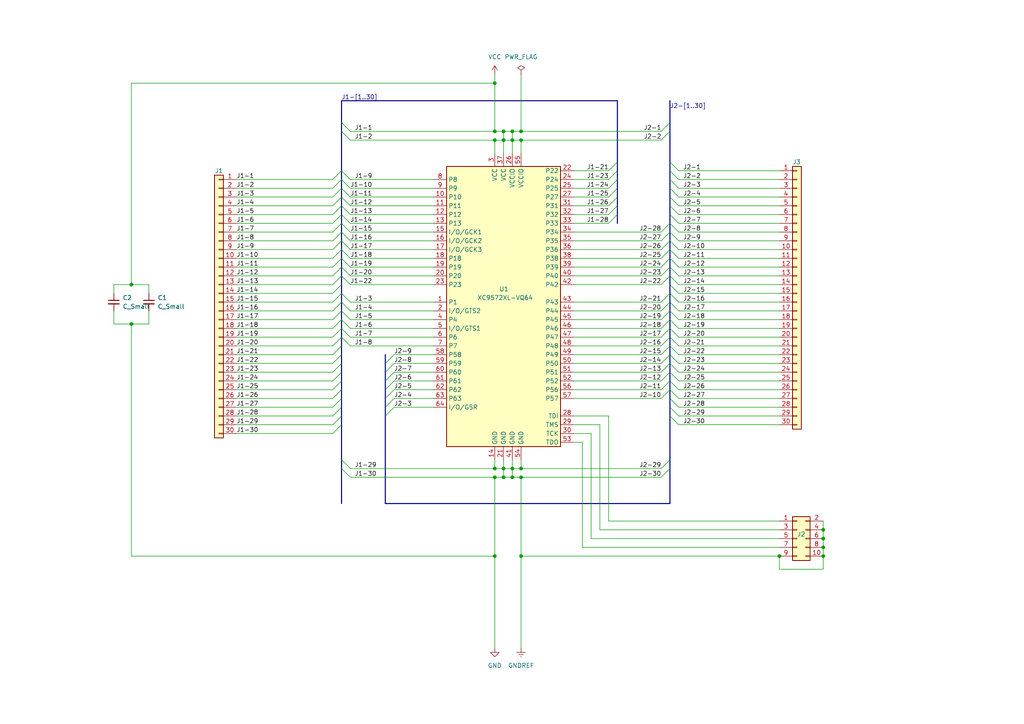
<source format=kicad_sch>
(kicad_sch (version 20230121) (generator eeschema)
  (paper "A4")
  (title_block (title "84CP01 Scrambled Breakout Board"))
  (lib_symbols
    (symbol "CPLD_Xilinx:XC9572XL-VQ64"
      (property "Reference" "U" (at -16.51 40.64 0))
      (property "Value" "XC9572XL-VQ64" (at -16.51 -43.18 0))
      (symbol "XC9572XL-VQ64_1_1"
        (rectangle (start -16.51 39.37) (end 16.51 -41.91) (stroke (width 0.254)) (fill (type background)))
        (pin bidirectional line (at -20.32 0 0) (length 3.81) (name "P1") (number "1"))
        (pin bidirectional line (at -20.32 30.48 0) (length 3.81) (name "P10") (number "10"))
        (pin bidirectional line (at -20.32 27.94 0) (length 3.81) (name "P11") (number "11"))
        (pin bidirectional line (at -20.32 25.4 0) (length 3.81) (name "P12") (number "12"))
        (pin bidirectional line (at -20.32 22.86 0) (length 3.81) (name "P13") (number "13"))
        (pin power_in line (at -2.54 -45.72 90) (length 3.81) (name "GND") (number "14"))
        (pin bidirectional line (at -20.32 20.32 0) (length 3.81) (name "I/O/GCK1") (number "15"))
        (pin bidirectional line (at -20.32 17.78 0) (length 3.81) (name "I/O/GCK2") (number "16"))
        (pin bidirectional line (at -20.32 15.24 0) (length 3.81) (name "I/O/GCK3") (number "17"))
        (pin bidirectional line (at -20.32 12.7 0) (length 3.81) (name "P18") (number "18"))
        (pin bidirectional line (at -20.32 10.16 0) (length 3.81) (name "P19") (number "19"))
        (pin bidirectional line (at -20.32 -2.54 0) (length 3.81) (name "I/O/GTS2") (number "2"))
        (pin bidirectional line (at -20.32 7.62 0) (length 3.81) (name "P20") (number "20"))
        (pin power_in line (at 0 -45.72 90) (length 3.81) (name "GND") (number "21"))
        (pin bidirectional line (at 20.32 38.1 180) (length 3.81) (name "P22") (number "22"))
        (pin bidirectional line (at -20.32 5.08 0) (length 3.81) (name "P23") (number "23"))
        (pin bidirectional line (at 20.32 35.56 180) (length 3.81) (name "P24") (number "24"))
        (pin bidirectional line (at 20.32 33.02 180) (length 3.81) (name "P25") (number "25"))
        (pin power_in line (at 2.54 43.18 270) (length 3.81) (name "VCCIO") (number "26"))
        (pin bidirectional line (at 20.32 30.48 180) (length 3.81) (name "P27") (number "27"))
        (pin input line (at 20.32 -33.02 180) (length 3.81) (name "TDI") (number "28"))
        (pin input line (at 20.32 -35.56 180) (length 3.81) (name "TMS") (number "29"))
        (pin power_in line (at -2.54 43.18 270) (length 3.81) (name "VCC") (number "3"))
        (pin input line (at 20.32 -38.1 180) (length 3.81) (name "TCK") (number "30"))
        (pin bidirectional line (at 20.32 27.94 180) (length 3.81) (name "P31") (number "31"))
        (pin bidirectional line (at 20.32 25.4 180) (length 3.81) (name "P32") (number "32"))
        (pin bidirectional line (at 20.32 22.86 180) (length 3.81) (name "P33") (number "33"))
        (pin bidirectional line (at 20.32 20.32 180) (length 3.81) (name "P34") (number "34"))
        (pin bidirectional line (at 20.32 17.78 180) (length 3.81) (name "P35") (number "35"))
        (pin bidirectional line (at 20.32 15.24 180) (length 3.81) (name "P36") (number "36"))
        (pin power_in line (at 0 43.18 270) (length 3.81) (name "VCC") (number "37"))
        (pin bidirectional line (at 20.32 12.7 180) (length 3.81) (name "P38") (number "38"))
        (pin bidirectional line (at 20.32 10.16 180) (length 3.81) (name "P39") (number "39"))
        (pin bidirectional line (at -20.32 -5.08 0) (length 3.81) (name "P4") (number "4"))
        (pin bidirectional line (at 20.32 7.62 180) (length 3.81) (name "P40") (number "40"))
        (pin power_in line (at 2.54 -45.72 90) (length 3.81) (name "GND") (number "41"))
        (pin bidirectional line (at 20.32 5.08 180) (length 3.81) (name "P42") (number "42"))
        (pin bidirectional line (at 20.32 0 180) (length 3.81) (name "P43") (number "43"))
        (pin bidirectional line (at 20.32 -2.54 180) (length 3.81) (name "P44") (number "44"))
        (pin bidirectional line (at 20.32 -5.08 180) (length 3.81) (name "P45") (number "45"))
        (pin bidirectional line (at 20.32 -7.62 180) (length 3.81) (name "P46") (number "46"))
        (pin bidirectional line (at 20.32 -10.16 180) (length 3.81) (name "P47") (number "47"))
        (pin bidirectional line (at 20.32 -12.7 180) (length 3.81) (name "P48") (number "48"))
        (pin bidirectional line (at 20.32 -15.24 180) (length 3.81) (name "P49") (number "49"))
        (pin bidirectional line (at -20.32 -7.62 0) (length 3.81) (name "I/O/GTS1") (number "5"))
        (pin bidirectional line (at 20.32 -17.78 180) (length 3.81) (name "P50") (number "50"))
        (pin bidirectional line (at 20.32 -20.32 180) (length 3.81) (name "P51") (number "51"))
        (pin bidirectional line (at 20.32 -22.86 180) (length 3.81) (name "P52") (number "52"))
        (pin output line (at 20.32 -40.64 180) (length 3.81) (name "TDO") (number "53"))
        (pin power_in line (at 5.08 -45.72 90) (length 3.81) (name "GND") (number "54"))
        (pin power_in line (at 5.08 43.18 270) (length 3.81) (name "VCCIO") (number "55"))
        (pin bidirectional line (at 20.32 -25.4 180) (length 3.81) (name "P56") (number "56"))
        (pin bidirectional line (at 20.32 -27.94 180) (length 3.81) (name "P57") (number "57"))
        (pin bidirectional line (at -20.32 -15.24 0) (length 3.81) (name "P58") (number "58"))
        (pin bidirectional line (at -20.32 -17.78 0) (length 3.81) (name "P59") (number "59"))
        (pin bidirectional line (at -20.32 -10.16 0) (length 3.81) (name "P6") (number "6"))
        (pin bidirectional line (at -20.32 -20.32 0) (length 3.81) (name "P60") (number "60"))
        (pin bidirectional line (at -20.32 -22.86 0) (length 3.81) (name "P61") (number "61"))
        (pin bidirectional line (at -20.32 -25.4 0) (length 3.81) (name "P62") (number "62"))
        (pin bidirectional line (at -20.32 -27.94 0) (length 3.81) (name "P63") (number "63"))
        (pin bidirectional line (at -20.32 -30.48 0) (length 3.81) (name "I/O/GSR") (number "64"))
        (pin bidirectional line (at -20.32 -12.7 0) (length 3.81) (name "P7") (number "7"))
        (pin bidirectional line (at -20.32 35.56 0) (length 3.81) (name "P8") (number "8"))
        (pin bidirectional line (at -20.32 33.02 0) (length 3.81) (name "P9") (number "9"))
      )
    )
    (symbol "Connector_Generic:Conn_01x30" (pin_names (offset 1.016) hide)
      (property "Reference" "J" (at 0 38.1 0))
      (property "Value" "Conn_01x30" (at 0 -40.64 0))
      (symbol "Conn_01x30_1_1"
        (rectangle (start -1.27 -37.973) (end 0 -38.227) (stroke (width 0.1524)))
        (rectangle (start -1.27 -35.433) (end 0 -35.687) (stroke (width 0.1524)))
        (rectangle (start -1.27 -32.893) (end 0 -33.147) (stroke (width 0.1524)))
        (rectangle (start -1.27 -30.353) (end 0 -30.607) (stroke (width 0.1524)))
        (rectangle (start -1.27 -27.813) (end 0 -28.067) (stroke (width 0.1524)))
        (rectangle (start -1.27 -25.273) (end 0 -25.527) (stroke (width 0.1524)))
        (rectangle (start -1.27 -22.733) (end 0 -22.987) (stroke (width 0.1524)))
        (rectangle (start -1.27 -20.193) (end 0 -20.447) (stroke (width 0.1524)))
        (rectangle (start -1.27 -17.653) (end 0 -17.907) (stroke (width 0.1524)))
        (rectangle (start -1.27 -15.113) (end 0 -15.367) (stroke (width 0.1524)))
        (rectangle (start -1.27 -12.573) (end 0 -12.827) (stroke (width 0.1524)))
        (rectangle (start -1.27 -10.033) (end 0 -10.287) (stroke (width 0.1524)))
        (rectangle (start -1.27 -7.493) (end 0 -7.747) (stroke (width 0.1524)))
        (rectangle (start -1.27 -4.953) (end 0 -5.207) (stroke (width 0.1524)))
        (rectangle (start -1.27 -2.413) (end 0 -2.667) (stroke (width 0.1524)))
        (rectangle (start -1.27 0.127) (end 0 -0.127) (stroke (width 0.1524)))
        (rectangle (start -1.27 2.667) (end 0 2.413) (stroke (width 0.1524)))
        (rectangle (start -1.27 5.207) (end 0 4.953) (stroke (width 0.1524)))
        (rectangle (start -1.27 7.747) (end 0 7.493) (stroke (width 0.1524)))
        (rectangle (start -1.27 10.287) (end 0 10.033) (stroke (width 0.1524)))
        (rectangle (start -1.27 12.827) (end 0 12.573) (stroke (width 0.1524)))
        (rectangle (start -1.27 15.367) (end 0 15.113) (stroke (width 0.1524)))
        (rectangle (start -1.27 17.907) (end 0 17.653) (stroke (width 0.1524)))
        (rectangle (start -1.27 20.447) (end 0 20.193) (stroke (width 0.1524)))
        (rectangle (start -1.27 22.987) (end 0 22.733) (stroke (width 0.1524)))
        (rectangle (start -1.27 25.527) (end 0 25.273) (stroke (width 0.1524)))
        (rectangle (start -1.27 28.067) (end 0 27.813) (stroke (width 0.1524)))
        (rectangle (start -1.27 30.607) (end 0 30.353) (stroke (width 0.1524)))
        (rectangle (start -1.27 33.147) (end 0 32.893) (stroke (width 0.1524)))
        (rectangle (start -1.27 35.687) (end 0 35.433) (stroke (width 0.1524)))
        (rectangle (start -1.27 36.83) (end 1.27 -39.37) (stroke (width 0.254)) (fill (type background)))
        (pin passive line (at -5.08 35.56 0) (length 3.81) (name "Pin_1") (number "1"))
        (pin passive line (at -5.08 12.7 0) (length 3.81) (name "Pin_10") (number "10"))
        (pin passive line (at -5.08 10.16 0) (length 3.81) (name "Pin_11") (number "11"))
        (pin passive line (at -5.08 7.62 0) (length 3.81) (name "Pin_12") (number "12"))
        (pin passive line (at -5.08 5.08 0) (length 3.81) (name "Pin_13") (number "13"))
        (pin passive line (at -5.08 2.54 0) (length 3.81) (name "Pin_14") (number "14"))
        (pin passive line (at -5.08 0 0) (length 3.81) (name "Pin_15") (number "15"))
        (pin passive line (at -5.08 -2.54 0) (length 3.81) (name "Pin_16") (number "16"))
        (pin passive line (at -5.08 -5.08 0) (length 3.81) (name "Pin_17") (number "17"))
        (pin passive line (at -5.08 -7.62 0) (length 3.81) (name "Pin_18") (number "18"))
        (pin passive line (at -5.08 -10.16 0) (length 3.81) (name "Pin_19") (number "19"))
        (pin passive line (at -5.08 33.02 0) (length 3.81) (name "Pin_2") (number "2"))
        (pin passive line (at -5.08 -12.7 0) (length 3.81) (name "Pin_20") (number "20"))
        (pin passive line (at -5.08 -15.24 0) (length 3.81) (name "Pin_21") (number "21"))
        (pin passive line (at -5.08 -17.78 0) (length 3.81) (name "Pin_22") (number "22"))
        (pin passive line (at -5.08 -20.32 0) (length 3.81) (name "Pin_23") (number "23"))
        (pin passive line (at -5.08 -22.86 0) (length 3.81) (name "Pin_24") (number "24"))
        (pin passive line (at -5.08 -25.4 0) (length 3.81) (name "Pin_25") (number "25"))
        (pin passive line (at -5.08 -27.94 0) (length 3.81) (name "Pin_26") (number "26"))
        (pin passive line (at -5.08 -30.48 0) (length 3.81) (name "Pin_27") (number "27"))
        (pin passive line (at -5.08 -33.02 0) (length 3.81) (name "Pin_28") (number "28"))
        (pin passive line (at -5.08 -35.56 0) (length 3.81) (name "Pin_29") (number "29"))
        (pin passive line (at -5.08 30.48 0) (length 3.81) (name "Pin_3") (number "3"))
        (pin passive line (at -5.08 -38.1 0) (length 3.81) (name "Pin_30") (number "30"))
        (pin passive line (at -5.08 27.94 0) (length 3.81) (name "Pin_4") (number "4"))
        (pin passive line (at -5.08 25.4 0) (length 3.81) (name "Pin_5") (number "5"))
        (pin passive line (at -5.08 22.86 0) (length 3.81) (name "Pin_6") (number "6"))
        (pin passive line (at -5.08 20.32 0) (length 3.81) (name "Pin_7") (number "7"))
        (pin passive line (at -5.08 17.78 0) (length 3.81) (name "Pin_8") (number "8"))
        (pin passive line (at -5.08 15.24 0) (length 3.81) (name "Pin_9") (number "9"))
      )
    )
    (symbol "Connector_Generic:Conn_02x05_Odd_Even" (pin_names (offset 1.016) hide)
      (property "Reference" "J" (at 1.27 7.62 0))
      (property "Value" "Conn_02x05_Odd_Even" (at 1.27 -7.62 0))
      (symbol "Conn_02x05_Odd_Even_1_1"
        (rectangle (start -1.27 -4.953) (end 0 -5.207) (stroke (width 0.1524)))
        (rectangle (start -1.27 -2.413) (end 0 -2.667) (stroke (width 0.1524)))
        (rectangle (start -1.27 0.127) (end 0 -0.127) (stroke (width 0.1524)))
        (rectangle (start -1.27 2.667) (end 0 2.413) (stroke (width 0.1524)))
        (rectangle (start -1.27 5.207) (end 0 4.953) (stroke (width 0.1524)))
        (rectangle (start -1.27 6.35) (end 3.81 -6.35) (stroke (width 0.254)) (fill (type background)))
        (rectangle (start 3.81 -4.953) (end 2.54 -5.207) (stroke (width 0.1524)))
        (rectangle (start 3.81 -2.413) (end 2.54 -2.667) (stroke (width 0.1524)))
        (rectangle (start 3.81 0.127) (end 2.54 -0.127) (stroke (width 0.1524)))
        (rectangle (start 3.81 2.667) (end 2.54 2.413) (stroke (width 0.1524)))
        (rectangle (start 3.81 5.207) (end 2.54 4.953) (stroke (width 0.1524)))
        (pin passive line (at -5.08 5.08 0) (length 3.81) (name "Pin_1") (number "1"))
        (pin passive line (at 7.62 -5.08 180) (length 3.81) (name "Pin_10") (number "10"))
        (pin passive line (at 7.62 5.08 180) (length 3.81) (name "Pin_2") (number "2"))
        (pin passive line (at -5.08 2.54 0) (length 3.81) (name "Pin_3") (number "3"))
        (pin passive line (at 7.62 2.54 180) (length 3.81) (name "Pin_4") (number "4"))
        (pin passive line (at -5.08 0 0) (length 3.81) (name "Pin_5") (number "5"))
        (pin passive line (at 7.62 0 180) (length 3.81) (name "Pin_6") (number "6"))
        (pin passive line (at -5.08 -2.54 0) (length 3.81) (name "Pin_7") (number "7"))
        (pin passive line (at 7.62 -2.54 180) (length 3.81) (name "Pin_8") (number "8"))
        (pin passive line (at -5.08 -5.08 0) (length 3.81) (name "Pin_9") (number "9"))
      )
    )
    (symbol "Device:C_Small" (pin_numbers hide) (pin_names (offset 0.254) hide)
      (property "Reference" "C" (at 0.254 1.778 0))
      (property "Value" "C_Small" (at 0.254 -2.032 0))
      (symbol "C_Small_0_1"
        (polyline (pts (xy -1.524 -0.508) (xy 1.524 -0.508)) (stroke (width 0.3302)))
        (polyline (pts (xy -1.524 0.508) (xy 1.524 0.508)) (stroke (width 0.3048)))
      )
      (symbol "C_Small_1_1"
        (pin passive line (at 0 2.54 270) (length 2.032) (name "~") (number "1"))
        (pin passive line (at 0 -2.54 90) (length 2.032) (name "~") (number "2"))
      )
    )
    (symbol "power:GND" (power) (pin_names (offset 0))
      (property "Value" "GND" (at 0 -3.81 0))
      (symbol "GND_0_1"
        (polyline (pts (xy 0 0) (xy 0 -1.27) (xy 1.27 -1.27) (xy 0 -2.54) (xy -1.27 -1.27) (xy 0 -1.27)))
      )
      (symbol "GND_1_1"
        (pin power_in line (at 0 0 270) (length 0) hide (name "GND") (number "1"))
      )
    )
    (symbol "power:GNDREF" (power) (pin_names (offset 0))
      (property "Value" "GNDREF" (at 0 -3.81 0))
      (symbol "GNDREF_0_1"
        (polyline (pts (xy -0.635 -1.905) (xy 0.635 -1.905)))
        (polyline (pts (xy -0.127 -2.54) (xy 0.127 -2.54)))
        (polyline (pts (xy 0 -1.27) (xy 0 0)))
        (polyline (pts (xy 1.27 -1.27) (xy -1.27 -1.27)))
      )
      (symbol "GNDREF_1_1"
        (pin power_in line (at 0 0 270) (length 0) hide (name "GNDREF") (number "1"))
      )
    )
    (symbol "power:PWR_FLAG" (power) (pin_numbers hide) (pin_names (offset 0) hide)
      (property "Value" "PWR_FLAG" (at 0 3.81 0))
      (symbol "PWR_FLAG_0_0"
        (pin power_out line (at 0 0 90) (length 0) (name "pwr") (number "1"))
      )
      (symbol "PWR_FLAG_0_1"
        (polyline (pts (xy 0 0) (xy 0 1.27) (xy -1.016 1.905) (xy 0 2.54) (xy 1.016 1.905) (xy 0 1.27)))
      )
    )
    (symbol "power:VCC" (power) (pin_names (offset 0))
      (property "Value" "VCC" (at 0 3.81 0))
      (symbol "VCC_0_1"
        (polyline (pts (xy -0.762 1.27) (xy 0 2.54)))
        (polyline (pts (xy 0 0) (xy 0 2.54)))
        (polyline (pts (xy 0 2.54) (xy 0.762 1.27)))
      )
      (symbol "VCC_1_1"
        (pin power_in line (at 0 0 90) (length 0) hide (name "VCC") (number "1"))
      )
    )
  )
  (junction (at 143.51 138.43))
  (junction (at 151.13 135.89))
  (junction (at 143.51 24.13))
  (junction (at 238.76 156.21))
  (junction (at 146.05 135.89))
  (junction (at 146.05 40.64))
  (junction (at 148.59 38.1))
  (junction (at 146.05 138.43))
  (junction (at 151.13 138.43))
  (junction (at 38.1 82.55))
  (junction (at 143.51 40.64))
  (junction (at 238.76 158.75))
  (junction (at 151.13 38.1))
  (junction (at 143.51 161.29))
  (junction (at 148.59 40.64))
  (junction (at 151.13 40.64))
  (junction (at 143.51 38.1))
  (junction (at 143.51 135.89))
  (junction (at 151.13 161.29))
  (junction (at 238.76 153.67))
  (junction (at 148.59 138.43))
  (junction (at 148.59 135.89))
  (junction (at 146.05 38.1))
  (junction (at 226.06 161.29))
  (junction (at 38.1 93.98))
  (junction (at 238.76 161.29))
  (bus_entry (at 179.07 54.61) (size -2.54 2.54))
  (bus_entry (at 194.31 74.93) (size -2.54 2.54))
  (bus_entry (at 99.06 97.79) (size 2.54 2.54))
  (bus_entry (at 194.31 82.55) (size 2.54 2.54))
  (bus_entry (at 99.06 67.31) (size 2.54 2.54))
  (bus_entry (at 99.06 87.63) (size -2.54 2.54))
  (bus_entry (at 194.31 113.03) (size 2.54 2.54))
  (bus_entry (at 194.31 69.85) (size 2.54 2.54))
  (bus_entry (at 99.06 38.1) (size 2.54 2.54))
  (bus_entry (at 194.31 35.56) (size -2.54 2.54))
  (bus_entry (at 99.06 118.11) (size -2.54 2.54))
  (bus_entry (at 179.07 52.07) (size -2.54 2.54))
  (bus_entry (at 99.06 52.07) (size -2.54 2.54))
  (bus_entry (at 99.06 120.65) (size -2.54 2.54))
  (bus_entry (at 99.06 62.23) (size -2.54 2.54))
  (bus_entry (at 99.06 95.25) (size -2.54 2.54))
  (bus_entry (at 99.06 69.85) (size -2.54 2.54))
  (bus_entry (at 194.31 92.71) (size 2.54 2.54))
  (bus_entry (at 194.31 135.89) (size -2.54 2.54))
  (bus_entry (at 99.06 64.77) (size 2.54 2.54))
  (bus_entry (at 99.06 105.41) (size -2.54 2.54))
  (bus_entry (at 194.31 100.33) (size 2.54 2.54))
  (bus_entry (at 111.76 110.49) (size 2.54 -2.54))
  (bus_entry (at 99.06 49.53) (size 2.54 2.54))
  (bus_entry (at 99.06 133.35) (size 2.54 2.54))
  (bus_entry (at 194.31 67.31) (size -2.54 2.54))
  (bus_entry (at 99.06 97.79) (size -2.54 2.54))
  (bus_entry (at 111.76 120.65) (size 2.54 -2.54))
  (bus_entry (at 194.31 105.41) (size 2.54 2.54))
  (bus_entry (at 99.06 123.19) (size -2.54 2.54))
  (bus_entry (at 194.31 54.61) (size 2.54 2.54))
  (bus_entry (at 194.31 92.71) (size -2.54 2.54))
  (bus_entry (at 99.06 85.09) (size 2.54 2.54))
  (bus_entry (at 194.31 105.41) (size -2.54 2.54))
  (bus_entry (at 111.76 118.11) (size 2.54 -2.54))
  (bus_entry (at 99.06 113.03) (size -2.54 2.54))
  (bus_entry (at 99.06 80.01) (size 2.54 2.54))
  (bus_entry (at 194.31 95.25) (size 2.54 2.54))
  (bus_entry (at 194.31 115.57) (size 2.54 2.54))
  (bus_entry (at 194.31 62.23) (size 2.54 2.54))
  (bus_entry (at 99.06 107.95) (size -2.54 2.54))
  (bus_entry (at 194.31 57.15) (size 2.54 2.54))
  (bus_entry (at 99.06 72.39) (size -2.54 2.54))
  (bus_entry (at 99.06 77.47) (size 2.54 2.54))
  (bus_entry (at 99.06 115.57) (size -2.54 2.54))
  (bus_entry (at 194.31 80.01) (size 2.54 2.54))
  (bus_entry (at 194.31 59.69) (size 2.54 2.54))
  (bus_entry (at 194.31 95.25) (size -2.54 2.54))
  (bus_entry (at 194.31 97.79) (size 2.54 2.54))
  (bus_entry (at 194.31 107.95) (size -2.54 2.54))
  (bus_entry (at 99.06 92.71) (size 2.54 2.54))
  (bus_entry (at 99.06 67.31) (size -2.54 2.54))
  (bus_entry (at 194.31 110.49) (size -2.54 2.54))
  (bus_entry (at 194.31 118.11) (size 2.54 2.54))
  (bus_entry (at 194.31 72.39) (size -2.54 2.54))
  (bus_entry (at 194.31 90.17) (size -2.54 2.54))
  (bus_entry (at 194.31 85.09) (size 2.54 2.54))
  (bus_entry (at 194.31 52.07) (size 2.54 2.54))
  (bus_entry (at 99.06 74.93) (size 2.54 2.54))
  (bus_entry (at 194.31 49.53) (size 2.54 2.54))
  (bus_entry (at 99.06 35.56) (size 2.54 2.54))
  (bus_entry (at 99.06 59.69) (size 2.54 2.54))
  (bus_entry (at 194.31 74.93) (size 2.54 2.54))
  (bus_entry (at 111.76 113.03) (size 2.54 -2.54))
  (bus_entry (at 99.06 80.01) (size -2.54 2.54))
  (bus_entry (at 179.07 57.15) (size -2.54 2.54))
  (bus_entry (at 194.31 110.49) (size 2.54 2.54))
  (bus_entry (at 194.31 120.65) (size 2.54 2.54))
  (bus_entry (at 194.31 64.77) (size 2.54 2.54))
  (bus_entry (at 99.06 69.85) (size 2.54 2.54))
  (bus_entry (at 99.06 64.77) (size -2.54 2.54))
  (bus_entry (at 194.31 46.99) (size 2.54 2.54))
  (bus_entry (at 111.76 105.41) (size 2.54 -2.54))
  (bus_entry (at 99.06 74.93) (size -2.54 2.54))
  (bus_entry (at 99.06 110.49) (size -2.54 2.54))
  (bus_entry (at 99.06 135.89) (size 2.54 2.54))
  (bus_entry (at 194.31 38.1) (size -2.54 2.54))
  (bus_entry (at 194.31 67.31) (size 2.54 2.54))
  (bus_entry (at 194.31 113.03) (size -2.54 2.54))
  (bus_entry (at 194.31 87.63) (size 2.54 2.54))
  (bus_entry (at 99.06 59.69) (size -2.54 2.54))
  (bus_entry (at 99.06 57.15) (size -2.54 2.54))
  (bus_entry (at 99.06 102.87) (size -2.54 2.54))
  (bus_entry (at 99.06 85.09) (size -2.54 2.54))
  (bus_entry (at 99.06 72.39) (size 2.54 2.54))
  (bus_entry (at 111.76 115.57) (size 2.54 -2.54))
  (bus_entry (at 194.31 90.17) (size 2.54 2.54))
  (bus_entry (at 194.31 69.85) (size -2.54 2.54))
  (bus_entry (at 194.31 102.87) (size 2.54 2.54))
  (bus_entry (at 99.06 100.33) (size -2.54 2.54))
  (bus_entry (at 99.06 49.53) (size -2.54 2.54))
  (bus_entry (at 99.06 54.61) (size -2.54 2.54))
  (bus_entry (at 99.06 77.47) (size -2.54 2.54))
  (bus_entry (at 194.31 133.35) (size -2.54 2.54))
  (bus_entry (at 194.31 97.79) (size -2.54 2.54))
  (bus_entry (at 194.31 87.63) (size -2.54 2.54))
  (bus_entry (at 99.06 57.15) (size 2.54 2.54))
  (bus_entry (at 194.31 102.87) (size -2.54 2.54))
  (bus_entry (at 194.31 100.33) (size -2.54 2.54))
  (bus_entry (at 179.07 49.53) (size -2.54 2.54))
  (bus_entry (at 194.31 77.47) (size -2.54 2.54))
  (bus_entry (at 111.76 107.95) (size 2.54 -2.54))
  (bus_entry (at 194.31 80.01) (size -2.54 2.54))
  (bus_entry (at 99.06 62.23) (size 2.54 2.54))
  (bus_entry (at 179.07 46.99) (size -2.54 2.54))
  (bus_entry (at 99.06 52.07) (size 2.54 2.54))
  (bus_entry (at 99.06 87.63) (size 2.54 2.54))
  (bus_entry (at 194.31 72.39) (size 2.54 2.54))
  (bus_entry (at 99.06 90.17) (size -2.54 2.54))
  (bus_entry (at 99.06 95.25) (size 2.54 2.54))
  (bus_entry (at 194.31 85.09) (size -2.54 2.54))
  (bus_entry (at 99.06 54.61) (size 2.54 2.54))
  (bus_entry (at 99.06 82.55) (size -2.54 2.54))
  (bus_entry (at 179.07 62.23) (size -2.54 2.54))
  (bus_entry (at 194.31 64.77) (size -2.54 2.54))
  (bus_entry (at 99.06 90.17) (size 2.54 2.54))
  (bus_entry (at 194.31 77.47) (size 2.54 2.54))
  (bus_entry (at 99.06 92.71) (size -2.54 2.54))
  (bus_entry (at 194.31 107.95) (size 2.54 2.54))
  (bus_entry (at 179.07 59.69) (size -2.54 2.54))
  (wire (pts (xy 143.51 133.35) (xy 143.51 135.89)))
  (bus (pts (xy 194.31 64.77) (xy 194.31 67.31)))
  (bus (pts (xy 194.31 105.41) (xy 194.31 107.95)))
  (wire (pts (xy 166.37 90.17) (xy 191.77 90.17)))
  (wire (pts (xy 101.6 95.25) (xy 125.73 95.25)))
  (wire (pts (xy 146.05 133.35) (xy 146.05 135.89)))
  (wire (pts (xy 168.91 158.75) (xy 226.06 158.75)))
  (wire (pts (xy 101.6 62.23) (xy 125.73 62.23)))
  (bus (pts (xy 194.31 90.17) (xy 194.31 92.71)))
  (bus (pts (xy 194.31 77.47) (xy 194.31 80.01)))
  (bus (pts (xy 194.31 46.99) (xy 194.31 49.53)))
  (bus (pts (xy 99.06 57.15) (xy 99.06 59.69)))
  (wire (pts (xy 148.59 138.43) (xy 151.13 138.43)))
  (wire (pts (xy 196.85 67.31) (xy 226.06 67.31)))
  (bus (pts (xy 194.31 62.23) (xy 194.31 64.77)))
  (wire (pts (xy 114.3 110.49) (xy 125.73 110.49)))
  (wire (pts (xy 196.85 95.25) (xy 226.06 95.25)))
  (wire (pts (xy 166.37 102.87) (xy 191.77 102.87)))
  (bus (pts (xy 111.76 107.95) (xy 111.76 110.49)))
  (bus (pts (xy 99.06 38.1) (xy 99.06 49.53)))
  (bus (pts (xy 111.76 105.41) (xy 111.76 107.95)))
  (wire (pts (xy 96.52 110.49) (xy 68.58 110.49)))
  (wire (pts (xy 166.37 87.63) (xy 191.77 87.63)))
  (wire (pts (xy 114.3 118.11) (xy 125.73 118.11)))
  (wire (pts (xy 146.05 135.89) (xy 143.51 135.89)))
  (wire (pts (xy 196.85 59.69) (xy 226.06 59.69)))
  (wire (pts (xy 166.37 64.77) (xy 176.53 64.77)))
  (wire (pts (xy 101.6 67.31) (xy 125.73 67.31)))
  (bus (pts (xy 194.31 113.03) (xy 194.31 115.57)))
  (bus (pts (xy 194.31 146.05) (xy 111.76 146.05)))
  (bus (pts (xy 194.31 74.93) (xy 194.31 77.47)))
  (wire (pts (xy 171.45 125.73) (xy 171.45 156.21)))
  (bus (pts (xy 194.31 100.33) (xy 194.31 102.87)))
  (wire (pts (xy 166.37 52.07) (xy 176.53 52.07)))
  (wire (pts (xy 166.37 105.41) (xy 191.77 105.41)))
  (bus (pts (xy 194.31 67.31) (xy 194.31 69.85)))
  (wire (pts (xy 166.37 69.85) (xy 191.77 69.85)))
  (bus (pts (xy 99.06 120.65) (xy 99.06 123.19)))
  (wire (pts (xy 151.13 38.1) (xy 191.77 38.1)))
  (wire (pts (xy 38.1 24.13) (xy 38.1 82.55)))
  (wire (pts (xy 166.37 100.33) (xy 191.77 100.33)))
  (bus (pts (xy 99.06 85.09) (xy 99.06 87.63)))
  (wire (pts (xy 196.85 110.49) (xy 226.06 110.49)))
  (wire (pts (xy 43.18 85.09) (xy 43.18 82.55)))
  (wire (pts (xy 143.51 138.43) (xy 143.51 161.29)))
  (wire (pts (xy 101.6 135.89) (xy 143.51 135.89)))
  (bus (pts (xy 99.06 115.57) (xy 99.06 118.11)))
  (bus (pts (xy 179.07 62.23) (xy 179.07 64.77)))
  (wire (pts (xy 148.59 38.1) (xy 146.05 38.1)))
  (wire (pts (xy 151.13 40.64) (xy 191.77 40.64)))
  (wire (pts (xy 101.6 54.61) (xy 125.73 54.61)))
  (bus (pts (xy 99.06 95.25) (xy 99.06 97.79)))
  (wire (pts (xy 101.6 59.69) (xy 125.73 59.69)))
  (wire (pts (xy 146.05 138.43) (xy 146.05 135.89)))
  (wire (pts (xy 101.6 100.33) (xy 125.73 100.33)))
  (wire (pts (xy 196.85 57.15) (xy 226.06 57.15)))
  (bus (pts (xy 194.31 118.11) (xy 194.31 120.65)))
  (bus (pts (xy 194.31 38.1) (xy 194.31 46.99)))
  (wire (pts (xy 33.02 90.17) (xy 33.02 93.98)))
  (bus (pts (xy 99.06 67.31) (xy 99.06 69.85)))
  (wire (pts (xy 196.85 77.47) (xy 226.06 77.47)))
  (bus (pts (xy 194.31 80.01) (xy 194.31 82.55)))
  (wire (pts (xy 166.37 59.69) (xy 176.53 59.69)))
  (wire (pts (xy 38.1 93.98) (xy 33.02 93.98)))
  (wire (pts (xy 171.45 156.21) (xy 226.06 156.21)))
  (wire (pts (xy 148.59 44.45) (xy 148.59 40.64)))
  (wire (pts (xy 143.51 138.43) (xy 146.05 138.43)))
  (wire (pts (xy 196.85 92.71) (xy 226.06 92.71)))
  (bus (pts (xy 179.07 49.53) (xy 179.07 52.07)))
  (wire (pts (xy 38.1 82.55) (xy 33.02 82.55)))
  (bus (pts (xy 99.06 133.35) (xy 99.06 135.89)))
  (wire (pts (xy 151.13 135.89) (xy 148.59 135.89)))
  (bus (pts (xy 194.31 97.79) (xy 194.31 100.33)))
  (wire (pts (xy 96.52 97.79) (xy 68.58 97.79)))
  (wire (pts (xy 101.6 74.93) (xy 125.73 74.93)))
  (wire (pts (xy 166.37 115.57) (xy 191.77 115.57)))
  (wire (pts (xy 43.18 82.55) (xy 38.1 82.55)))
  (wire (pts (xy 196.85 123.19) (xy 226.06 123.19)))
  (wire (pts (xy 166.37 67.31) (xy 191.77 67.31)))
  (bus (pts (xy 99.06 72.39) (xy 99.06 74.93)))
  (wire (pts (xy 33.02 82.55) (xy 33.02 85.09)))
  (wire (pts (xy 148.59 133.35) (xy 148.59 135.89)))
  (wire (pts (xy 196.85 105.41) (xy 226.06 105.41)))
  (wire (pts (xy 166.37 82.55) (xy 191.77 82.55)))
  (wire (pts (xy 151.13 161.29) (xy 151.13 187.96)))
  (bus (pts (xy 99.06 49.53) (xy 99.06 52.07)))
  (bus (pts (xy 99.06 54.61) (xy 99.06 57.15)))
  (wire (pts (xy 196.85 69.85) (xy 226.06 69.85)))
  (wire (pts (xy 166.37 120.65) (xy 176.53 120.65)))
  (bus (pts (xy 99.06 29.21) (xy 99.06 35.56)))
  (bus (pts (xy 99.06 82.55) (xy 99.06 85.09)))
  (bus (pts (xy 194.31 120.65) (xy 194.31 133.35)))
  (bus (pts (xy 179.07 29.21) (xy 179.07 46.99)))
  (bus (pts (xy 99.06 87.63) (xy 99.06 90.17)))
  (bus (pts (xy 179.07 52.07) (xy 179.07 54.61)))
  (wire (pts (xy 196.85 115.57) (xy 226.06 115.57)))
  (wire (pts (xy 96.52 95.25) (xy 68.58 95.25)))
  (wire (pts (xy 143.51 40.64) (xy 143.51 44.45)))
  (wire (pts (xy 96.52 120.65) (xy 68.58 120.65)))
  (wire (pts (xy 168.91 128.27) (xy 168.91 158.75)))
  (wire (pts (xy 151.13 44.45) (xy 151.13 40.64)))
  (wire (pts (xy 38.1 93.98) (xy 38.1 161.29)))
  (wire (pts (xy 166.37 80.01) (xy 191.77 80.01)))
  (wire (pts (xy 101.6 52.07) (xy 125.73 52.07)))
  (bus (pts (xy 194.31 69.85) (xy 194.31 72.39)))
  (wire (pts (xy 114.3 102.87) (xy 125.73 102.87)))
  (wire (pts (xy 96.52 67.31) (xy 68.58 67.31)))
  (wire (pts (xy 196.85 100.33) (xy 226.06 100.33)))
  (bus (pts (xy 194.31 115.57) (xy 194.31 118.11)))
  (bus (pts (xy 99.06 107.95) (xy 99.06 110.49)))
  (bus (pts (xy 194.31 87.63) (xy 194.31 90.17)))
  (bus (pts (xy 99.06 29.21) (xy 179.07 29.21)))
  (bus (pts (xy 194.31 95.25) (xy 194.31 97.79)))
  (wire (pts (xy 176.53 151.13) (xy 226.06 151.13)))
  (wire (pts (xy 166.37 57.15) (xy 176.53 57.15)))
  (wire (pts (xy 101.6 92.71) (xy 125.73 92.71)))
  (wire (pts (xy 226.06 161.29) (xy 151.13 161.29)))
  (wire (pts (xy 101.6 87.63) (xy 125.73 87.63)))
  (bus (pts (xy 99.06 113.03) (xy 99.06 115.57)))
  (wire (pts (xy 101.6 82.55) (xy 125.73 82.55)))
  (wire (pts (xy 166.37 110.49) (xy 191.77 110.49)))
  (bus (pts (xy 194.31 102.87) (xy 194.31 105.41)))
  (wire (pts (xy 166.37 107.95) (xy 191.77 107.95)))
  (wire (pts (xy 101.6 64.77) (xy 125.73 64.77)))
  (wire (pts (xy 101.6 138.43) (xy 143.51 138.43)))
  (wire (pts (xy 173.99 123.19) (xy 173.99 153.67)))
  (wire (pts (xy 151.13 135.89) (xy 191.77 135.89)))
  (wire (pts (xy 96.52 102.87) (xy 68.58 102.87)))
  (wire (pts (xy 96.52 77.47) (xy 68.58 77.47)))
  (wire (pts (xy 96.52 92.71) (xy 68.58 92.71)))
  (wire (pts (xy 96.52 100.33) (xy 68.58 100.33)))
  (wire (pts (xy 96.52 62.23) (xy 68.58 62.23)))
  (bus (pts (xy 111.76 110.49) (xy 111.76 113.03)))
  (wire (pts (xy 148.59 138.43) (xy 148.59 135.89)))
  (bus (pts (xy 99.06 35.56) (xy 99.06 38.1)))
  (wire (pts (xy 238.76 151.13) (xy 238.76 153.67)))
  (wire (pts (xy 196.85 49.53) (xy 226.06 49.53)))
  (wire (pts (xy 96.52 74.93) (xy 68.58 74.93)))
  (wire (pts (xy 196.85 97.79) (xy 226.06 97.79)))
  (wire (pts (xy 101.6 72.39) (xy 125.73 72.39)))
  (wire (pts (xy 166.37 125.73) (xy 171.45 125.73)))
  (bus (pts (xy 111.76 115.57) (xy 111.76 118.11)))
  (wire (pts (xy 196.85 72.39) (xy 226.06 72.39)))
  (bus (pts (xy 99.06 135.89) (xy 99.06 146.05)))
  (wire (pts (xy 114.3 107.95) (xy 125.73 107.95)))
  (wire (pts (xy 151.13 133.35) (xy 151.13 135.89)))
  (wire (pts (xy 143.51 38.1) (xy 146.05 38.1)))
  (wire (pts (xy 143.51 161.29) (xy 38.1 161.29)))
  (bus (pts (xy 99.06 69.85) (xy 99.06 72.39)))
  (wire (pts (xy 101.6 77.47) (xy 125.73 77.47)))
  (wire (pts (xy 238.76 161.29) (xy 238.76 158.75)))
  (wire (pts (xy 151.13 138.43) (xy 151.13 161.29)))
  (bus (pts (xy 194.31 52.07) (xy 194.31 54.61)))
  (wire (pts (xy 101.6 80.01) (xy 125.73 80.01)))
  (wire (pts (xy 101.6 40.64) (xy 143.51 40.64)))
  (wire (pts (xy 96.52 85.09) (xy 68.58 85.09)))
  (bus (pts (xy 111.76 118.11) (xy 111.76 120.65)))
  (wire (pts (xy 148.59 135.89) (xy 146.05 135.89)))
  (bus (pts (xy 179.07 57.15) (xy 179.07 59.69)))
  (wire (pts (xy 96.52 118.11) (xy 68.58 118.11)))
  (bus (pts (xy 99.06 118.11) (xy 99.06 120.65)))
  (wire (pts (xy 196.85 107.95) (xy 226.06 107.95)))
  (bus (pts (xy 194.31 57.15) (xy 194.31 59.69)))
  (bus (pts (xy 194.31 85.09) (xy 194.31 87.63)))
  (bus (pts (xy 194.31 82.55) (xy 194.31 85.09)))
  (wire (pts (xy 101.6 90.17) (xy 125.73 90.17)))
  (wire (pts (xy 196.85 90.17) (xy 226.06 90.17)))
  (wire (pts (xy 96.52 52.07) (xy 68.58 52.07)))
  (wire (pts (xy 196.85 120.65) (xy 226.06 120.65)))
  (wire (pts (xy 114.3 113.03) (xy 125.73 113.03)))
  (wire (pts (xy 196.85 62.23) (xy 226.06 62.23)))
  (wire (pts (xy 96.52 90.17) (xy 68.58 90.17)))
  (wire (pts (xy 96.52 64.77) (xy 68.58 64.77)))
  (wire (pts (xy 196.85 64.77) (xy 226.06 64.77)))
  (bus (pts (xy 194.31 110.49) (xy 194.31 113.03)))
  (wire (pts (xy 196.85 85.09) (xy 226.06 85.09)))
  (wire (pts (xy 238.76 158.75) (xy 238.76 156.21)))
  (wire (pts (xy 196.85 113.03) (xy 226.06 113.03)))
  (wire (pts (xy 143.51 24.13) (xy 38.1 24.13)))
  (wire (pts (xy 143.51 40.64) (xy 146.05 40.64)))
  (wire (pts (xy 101.6 69.85) (xy 125.73 69.85)))
  (wire (pts (xy 226.06 161.29) (xy 226.06 165.1)))
  (bus (pts (xy 99.06 52.07) (xy 99.06 54.61)))
  (wire (pts (xy 166.37 72.39) (xy 191.77 72.39)))
  (wire (pts (xy 151.13 21.59) (xy 151.13 38.1)))
  (bus (pts (xy 99.06 100.33) (xy 99.06 102.87)))
  (bus (pts (xy 194.31 72.39) (xy 194.31 74.93)))
  (wire (pts (xy 101.6 38.1) (xy 143.51 38.1)))
  (wire (pts (xy 96.52 115.57) (xy 68.58 115.57)))
  (bus (pts (xy 99.06 105.41) (xy 99.06 107.95)))
  (bus (pts (xy 99.06 92.71) (xy 99.06 95.25)))
  (wire (pts (xy 196.85 52.07) (xy 226.06 52.07)))
  (wire (pts (xy 101.6 97.79) (xy 125.73 97.79)))
  (wire (pts (xy 114.3 105.41) (xy 125.73 105.41)))
  (wire (pts (xy 146.05 44.45) (xy 146.05 40.64)))
  (wire (pts (xy 196.85 54.61) (xy 226.06 54.61)))
  (wire (pts (xy 151.13 40.64) (xy 148.59 40.64)))
  (wire (pts (xy 166.37 113.03) (xy 191.77 113.03)))
  (wire (pts (xy 173.99 153.67) (xy 226.06 153.67)))
  (bus (pts (xy 194.31 135.89) (xy 194.31 146.05)))
  (bus (pts (xy 99.06 97.79) (xy 99.06 100.33)))
  (bus (pts (xy 111.76 102.87) (xy 111.76 105.41)))
  (wire (pts (xy 96.52 57.15) (xy 68.58 57.15)))
  (wire (pts (xy 166.37 97.79) (xy 191.77 97.79)))
  (wire (pts (xy 166.37 54.61) (xy 176.53 54.61)))
  (wire (pts (xy 96.52 107.95) (xy 68.58 107.95)))
  (wire (pts (xy 143.51 161.29) (xy 143.51 187.96)))
  (wire (pts (xy 196.85 102.87) (xy 226.06 102.87)))
  (wire (pts (xy 148.59 40.64) (xy 148.59 38.1)))
  (bus (pts (xy 99.06 110.49) (xy 99.06 113.03)))
  (wire (pts (xy 166.37 95.25) (xy 191.77 95.25)))
  (bus (pts (xy 179.07 46.99) (xy 179.07 49.53)))
  (wire (pts (xy 146.05 138.43) (xy 148.59 138.43)))
  (bus (pts (xy 194.31 54.61) (xy 194.31 57.15)))
  (wire (pts (xy 114.3 115.57) (xy 125.73 115.57)))
  (bus (pts (xy 99.06 123.19) (xy 99.06 133.35)))
  (wire (pts (xy 166.37 123.19) (xy 173.99 123.19)))
  (wire (pts (xy 226.06 165.1) (xy 238.76 165.1)))
  (bus (pts (xy 194.31 59.69) (xy 194.31 62.23)))
  (bus (pts (xy 111.76 113.03) (xy 111.76 115.57)))
  (wire (pts (xy 148.59 40.64) (xy 146.05 40.64)))
  (wire (pts (xy 166.37 74.93) (xy 191.77 74.93)))
  (wire (pts (xy 238.76 165.1) (xy 238.76 161.29)))
  (wire (pts (xy 96.52 113.03) (xy 68.58 113.03)))
  (bus (pts (xy 99.06 90.17) (xy 99.06 92.71)))
  (bus (pts (xy 194.31 133.35) (xy 194.31 135.89)))
  (wire (pts (xy 238.76 156.21) (xy 238.76 153.67)))
  (wire (pts (xy 146.05 40.64) (xy 146.05 38.1)))
  (bus (pts (xy 179.07 59.69) (xy 179.07 62.23)))
  (wire (pts (xy 43.18 90.17) (xy 43.18 93.98)))
  (bus (pts (xy 194.31 49.53) (xy 194.31 52.07)))
  (bus (pts (xy 194.31 107.95) (xy 194.31 110.49)))
  (bus (pts (xy 99.06 102.87) (xy 99.06 105.41)))
  (wire (pts (xy 96.52 82.55) (xy 68.58 82.55)))
  (wire (pts (xy 166.37 49.53) (xy 176.53 49.53)))
  (wire (pts (xy 96.52 80.01) (xy 68.58 80.01)))
  (wire (pts (xy 96.52 105.41) (xy 68.58 105.41)))
  (wire (pts (xy 151.13 138.43) (xy 191.77 138.43)))
  (bus (pts (xy 194.31 35.56) (xy 194.31 38.1)))
  (wire (pts (xy 196.85 87.63) (xy 226.06 87.63)))
  (wire (pts (xy 176.53 120.65) (xy 176.53 151.13)))
  (bus (pts (xy 179.07 54.61) (xy 179.07 57.15)))
  (wire (pts (xy 166.37 77.47) (xy 191.77 77.47)))
  (wire (pts (xy 166.37 128.27) (xy 168.91 128.27)))
  (wire (pts (xy 96.52 87.63) (xy 68.58 87.63)))
  (bus (pts (xy 111.76 120.65) (xy 111.76 146.05)))
  (bus (pts (xy 99.06 74.93) (xy 99.06 77.47)))
  (bus (pts (xy 99.06 80.01) (xy 99.06 82.55)))
  (bus (pts (xy 194.31 92.71) (xy 194.31 95.25)))
  (bus (pts (xy 99.06 64.77) (xy 99.06 67.31)))
  (bus (pts (xy 99.06 77.47) (xy 99.06 80.01)))
  (wire (pts (xy 166.37 62.23) (xy 176.53 62.23)))
  (wire (pts (xy 196.85 74.93) (xy 226.06 74.93)))
  (wire (pts (xy 96.52 69.85) (xy 68.58 69.85)))
  (bus (pts (xy 99.06 62.23) (xy 99.06 64.77)))
  (wire (pts (xy 143.51 24.13) (xy 143.51 38.1)))
  (bus (pts (xy 99.06 59.69) (xy 99.06 62.23)))
  (wire (pts (xy 148.59 38.1) (xy 151.13 38.1)))
  (wire (pts (xy 143.51 21.59) (xy 143.51 24.13)))
  (wire (pts (xy 196.85 118.11) (xy 226.06 118.11)))
  (wire (pts (xy 96.52 125.73) (xy 68.58 125.73)))
  (wire (pts (xy 196.85 80.01) (xy 226.06 80.01)))
  (wire (pts (xy 96.52 123.19) (xy 68.58 123.19)))
  (wire (pts (xy 101.6 57.15) (xy 125.73 57.15)))
  (wire (pts (xy 96.52 54.61) (xy 68.58 54.61)))
  (wire (pts (xy 166.37 92.71) (xy 191.77 92.71)))
  (wire (pts (xy 96.52 72.39) (xy 68.58 72.39)))
  (wire (pts (xy 43.18 93.98) (xy 38.1 93.98)))
  (bus (pts (xy 194.31 29.21) (xy 194.31 35.56)))
  (wire (pts (xy 196.85 82.55) (xy 226.06 82.55)))
  (wire (pts (xy 96.52 59.69) (xy 68.58 59.69)))
  (label "J1-8" (at 68.58 69.85 0))
  (label "J1-9" (at 68.58 72.39 0))
  (label "J1-27" (at 170.18 62.23 0))
  (label "J1-23" (at 68.58 107.95 0))
  (label "J2-30" (at 198.12 123.19 0))
  (label "J2-3" (at 198.12 54.61 0))
  (label "J1-21" (at 170.18 49.53 0))
  (label "J2-13" (at 198.12 80.01 0))
  (label "J1-10" (at 101.6 54.61 0))
  (label "J2-27" (at 185.42 69.85 0))
  (label "J1-2" (at 68.58 54.61 0))
  (label "J2-6" (at 198.12 62.23 0))
  (label "J1-4" (at 68.58 59.69 0))
  (label "J2-11" (at 198.12 74.93 0))
  (label "J1-28" (at 170.18 64.77 0))
  (label "J2-14" (at 198.12 82.55 0))
  (label "J1-4" (at 102.87 90.17 0))
  (label "J1-14" (at 101.6 64.77 0))
  (label "J2-8" (at 198.12 67.31 0))
  (label "J2-21" (at 198.12 100.33 0))
  (label "J1-10" (at 68.58 74.93 0))
  (label "J1-20" (at 68.58 100.33 0))
  (label "J1-11" (at 101.6 57.15 0))
  (label "J2-9" (at 114.3 102.87 0))
  (label "J1-19" (at 68.58 97.79 0))
  (label "J2-7" (at 114.3 107.95 0))
  (label "J2-15" (at 198.12 85.09 0))
  (label "J2-27" (at 198.12 115.57 0))
  (label "J2-14" (at 185.42 105.41 0))
  (label "J1-5" (at 68.58 62.23 0))
  (label "J1-3" (at 68.58 57.15 0))
  (label "J1-24" (at 170.18 54.61 0))
  (label "J2-9" (at 198.12 69.85 0))
  (label "J1-22" (at 68.58 105.41 0))
  (label "J2-25" (at 198.12 110.49 0))
  (label "J1-26" (at 68.58 115.57 0))
  (label "J2-15" (at 185.42 102.87 0))
  (label "J1-26" (at 170.18 59.69 0))
  (label "J1-13" (at 68.58 82.55 0))
  (label "J2-22" (at 198.12 102.87 0))
  (label "J2-2" (at 186.69 40.64 0))
  (label "J1-24" (at 68.58 110.49 0))
  (label "J2-23" (at 185.42 80.01 0))
  (label "J2-17" (at 198.12 90.17 0))
  (label "J1-[1..30]" (at 99.06 29.21 0))
  (label "J1-6" (at 102.87 95.25 0))
  (label "J1-18" (at 101.6 74.93 0))
  (label "J2-18" (at 185.42 95.25 0))
  (label "J2-25" (at 185.42 74.93 0))
  (label "J2-1" (at 186.69 38.1 0))
  (label "J1-25" (at 170.18 57.15 0))
  (label "J1-8" (at 102.87 100.33 0))
  (label "J1-18" (at 68.58 95.25 0))
  (label "J1-29" (at 68.58 123.19 0))
  (label "J1-17" (at 101.6 72.39 0))
  (label "J2-5" (at 198.12 59.69 0))
  (label "J1-17" (at 68.58 92.71 0))
  (label "J1-22" (at 101.6 82.55 0))
  (label "J1-7" (at 102.87 97.79 0))
  (label "J2-10" (at 185.42 115.57 0))
  (label "J2-12" (at 185.42 110.49 0))
  (label "J2-1" (at 198.12 49.53 0))
  (label "J2-28" (at 185.42 67.31 0))
  (label "J2-20" (at 198.12 97.79 0))
  (label "J1-20" (at 101.6 80.01 0))
  (label "J1-21" (at 68.58 102.87 0))
  (label "J2-20" (at 185.42 90.17 0))
  (label "J2-5" (at 114.3 113.03 0))
  (label "J2-2" (at 198.12 52.07 0))
  (label "J2-16" (at 198.12 87.63 0))
  (label "J1-16" (at 68.58 90.17 0))
  (label "J2-11" (at 185.42 113.03 0))
  (label "J2-29" (at 185.42 135.89 0))
  (label "J1-1" (at 68.58 52.07 0))
  (label "J2-19" (at 198.12 95.25 0))
  (label "J1-30" (at 102.87 138.43 0))
  (label "J2-3" (at 114.3 118.11 0))
  (label "J1-9" (at 102.87 52.07 0))
  (label "J1-30" (at 68.58 125.73 0))
  (label "J1-12" (at 101.6 59.69 0))
  (label "J1-27" (at 68.58 118.11 0))
  (label "J1-1" (at 102.87 38.1 0))
  (label "J2-18" (at 198.12 92.71 0))
  (label "J2-16" (at 185.42 100.33 0))
  (label "J1-13" (at 101.6 62.23 0))
  (label "J1-15" (at 101.6 67.31 0))
  (label "J1-23" (at 170.18 52.07 0))
  (label "J1-5" (at 102.87 92.71 0))
  (label "J2-23" (at 198.12 105.41 0))
  (label "J2-21" (at 185.42 87.63 0))
  (label "J2-26" (at 198.12 113.03 0))
  (label "J2-13" (at 185.42 107.95 0))
  (label "J1-29" (at 102.87 135.89 0))
  (label "J2-24" (at 198.12 107.95 0))
  (label "J2-[1..30]" (at 194.31 31.75 0))
  (label "J2-7" (at 198.12 64.77 0))
  (label "J2-22" (at 185.42 82.55 0))
  (label "J2-30" (at 185.42 138.43 0))
  (label "J1-14" (at 68.58 85.09 0))
  (label "J1-25" (at 68.58 113.03 0))
  (label "J2-29" (at 198.12 120.65 0))
  (label "J2-24" (at 185.42 77.47 0))
  (label "J2-12" (at 198.12 77.47 0))
  (label "J1-7" (at 68.58 67.31 0))
  (label "J1-28" (at 68.58 120.65 0))
  (label "J2-17" (at 185.42 97.79 0))
  (label "J2-26" (at 185.42 72.39 0))
  (label "J2-10" (at 198.12 72.39 0))
  (label "J1-19" (at 101.6 77.47 0))
  (label "J2-19" (at 185.42 92.71 0))
  (label "J1-2" (at 102.87 40.64 0))
  (label "J1-16" (at 101.6 69.85 0))
  (label "J1-12" (at 68.58 80.01 0))
  (label "J2-8" (at 114.3 105.41 0))
  (label "J2-4" (at 114.3 115.57 0))
  (label "J2-28" (at 198.12 118.11 0))
  (label "J2-6" (at 114.3 110.49 0))
  (label "J2-4" (at 198.12 57.15 0))
  (label "J1-6" (at 68.58 64.77 0))
  (label "J1-3" (at 102.87 87.63 0))
  (label "J1-11" (at 68.58 77.47 0))
  (label "J1-15" (at 68.58 87.63 0))
  (symbol (lib_id "Connector_Generic:Conn_01x30") (at 231.14 85.09 0) (unit 1)
    (property "Reference" "J3" (at 229.87 46.99 0) (effects (justify left)))
    (property "Value" "Conn_01x30" (effects hide))
    (property "Footprint" "Connector_PinHeader_2.54mm:PinHeader_1x30_P2.54mm_Vertical" (effects hide))
  )
  (symbol (lib_id "power:GND") (at 143.51 187.96 0) (unit 1)
    (property "Reference" "#PWR0102" (effects hide))
    (property "Value" "GND" (at 143.51 193.04 0))
  )
  (symbol (lib_id "power:GNDREF") (at 151.13 187.96 0) (unit 1)
    (property "Reference" "#PWR0103" (effects hide))
    (property "Value" "GNDREF" (at 151.13 193.04 0))
  )
  (symbol (lib_id "power:PWR_FLAG") (at 151.13 21.59 0) (unit 1)
    (property "Reference" "#FLG0101" (effects hide))
    (property "Value" "PWR_FLAG" (at 151.13 16.51 0))
  )
  (symbol (lib_id "Device:C_Small") (at 43.18 87.63 0) (unit 1)
    (property "Reference" "C1" (at 45.72 86.3663 0) (effects (justify left)))
    (property "Value" "C_Small" (at 45.72 88.9063 0) (effects (justify left)))
    (property "Footprint" "Capacitor_SMD:C_0805_2012Metric_Pad1.18x1.45mm_HandSolder" (effects hide))
  )
  (symbol (lib_id "CPLD_Xilinx:XC9572XL-VQ64") (at 146.05 87.63 0) (unit 1)
    (property "Reference" "U1" (at 144.78 83.82 0) (effects (justify left)))
    (property "Value" "XC9572XL-VQ64" (at 138.43 86.36 0) (effects (justify left)))
    (property "Footprint" "Package_QFP:TQFP-64_10x10mm_P0.5mm" (effects hide))
    (property "Datasheet" "http://www.xilinx.com/support/documentation/data_sheets/ds057.pdf" (effects hide))
  )
  (symbol (lib_id "Connector_Generic:Conn_02x05_Odd_Even") (at 231.14 156.21 0) (unit 1)
    (property "Reference" "J2" (at 232.41 154.94 0))
    (property "Value" "Conn_02x05_Odd_Even" (effects hide))
    (property "Footprint" "Connector_Molex:Molex_Nano-Fit_105310-xx10_2x05_P2.50mm_Vertical" (effects hide))
  )
  (symbol (lib_id "power:VCC") (at 143.51 21.59 0) (unit 1)
    (property "Reference" "#PWR0101" (effects hide))
    (property "Value" "VCC" (at 143.51 16.51 0))
  )
  (symbol (lib_id "Connector_Generic:Conn_01x30") (at 63.5 87.63 0) (mirror y) (unit 1)
    (property "Reference" "J1" (at 63.5 49.53 0))
    (property "Value" "Conn_01x30" (effects hide))
    (property "Footprint" "Connector_PinHeader_2.54mm:PinHeader_1x30_P2.54mm_Vertical" (effects hide))
  )
  (symbol (lib_id "Device:C_Small") (at 33.02 87.63 0) (unit 1)
    (property "Reference" "C2" (at 35.56 86.3663 0) (effects (justify left)))
    (property "Value" "C_Small" (at 35.56 88.9063 0) (effects (justify left)))
    (property "Footprint" "Capacitor_SMD:C_0805_2012Metric_Pad1.18x1.45mm_HandSolder" (effects hide))
  )
)
</source>
